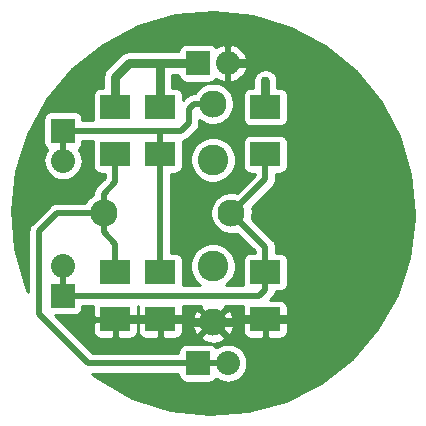
<source format=gbl>
%TF.GenerationSoftware,KiCad,Pcbnew,4.1.0-alpha+201609021633+7109~49~ubuntu16.04.1-product*%
%TF.CreationDate,2016-09-14T14:31:16+05:30*%
%TF.ProjectId,OTS2_encA,4F5453325F656E63412E6B696361645F,rev?*%
%TF.FileFunction,Copper,L2,Bot,Signal*%
%FSLAX46Y46*%
G04 Gerber Fmt 4.6, Leading zero omitted, Abs format (unit mm)*
G04 Created by KiCad (PCBNEW 4.1.0-alpha+201609021633+7109~49~ubuntu16.04.1-product) date Wed Sep 14 14:31:16 2016*
%MOMM*%
%LPD*%
G01*
G04 APERTURE LIST*
%ADD10C,0.101600*%
%ADD11R,2.500000X2.000000*%
%ADD12C,2.300000*%
%ADD13C,2.600000*%
%ADD14R,2.032000X2.032000*%
%ADD15O,2.032000X2.032000*%
%ADD16C,0.762000*%
%ADD17C,0.762000*%
%ADD18C,0.508000*%
%ADD19C,0.254000*%
G04 APERTURE END LIST*
D10*
D11*
X38100000Y-82455000D03*
X38100000Y-86455000D03*
X46990000Y-82455000D03*
X46990000Y-86455000D03*
X38100000Y-96425000D03*
X38100000Y-100425000D03*
X34290000Y-82455000D03*
X34290000Y-86455000D03*
X46990000Y-96425000D03*
X46990000Y-100425000D03*
X34290000Y-96425000D03*
X34290000Y-100425000D03*
D12*
X44115000Y-91440000D03*
D13*
X42545000Y-86940000D03*
D12*
X42545000Y-82180000D03*
D13*
X42545000Y-95940000D03*
D12*
X42545000Y-100700000D03*
X33285000Y-91440000D03*
D14*
X29845000Y-98425000D03*
D15*
X29845000Y-95885000D03*
D14*
X29845000Y-84455000D03*
D15*
X29845000Y-86995000D03*
D14*
X41275000Y-78740000D03*
D15*
X43815000Y-78740000D03*
D14*
X41275000Y-104140000D03*
D15*
X43815000Y-104140000D03*
D16*
X29845000Y-95885000D03*
X46990000Y-80264000D03*
D17*
X43815000Y-78740000D02*
X48895000Y-78740000D01*
X49435000Y-100425000D02*
X46990000Y-100425000D01*
X50165000Y-99695000D02*
X49435000Y-100425000D01*
X50165000Y-80010000D02*
X50165000Y-99695000D01*
X48895000Y-78740000D02*
X50165000Y-80010000D01*
X46990000Y-100425000D02*
X45085000Y-100425000D01*
X34290000Y-100425000D02*
X38100000Y-100425000D01*
X40387000Y-100700000D02*
X40112000Y-100425000D01*
X38100000Y-100425000D02*
X40112000Y-100425000D01*
X42545000Y-100700000D02*
X40387000Y-100700000D01*
X42545000Y-100700000D02*
X44810000Y-100700000D01*
X44810000Y-100700000D02*
X45085000Y-100425000D01*
D18*
X29845000Y-98425000D02*
X46482000Y-98425000D01*
X46990000Y-97917000D02*
X46990000Y-96425000D01*
X46482000Y-98425000D02*
X46990000Y-97917000D01*
X29845000Y-98425000D02*
X29845000Y-95885000D01*
X46990000Y-86455000D02*
X46990000Y-88565000D01*
X46990000Y-88565000D02*
X44115000Y-91440000D01*
X46990000Y-94315000D02*
X44115000Y-91440000D01*
X46990000Y-96425000D02*
X46990000Y-94315000D01*
X41275000Y-104140000D02*
X32004000Y-104140000D01*
X29337000Y-91440000D02*
X33285000Y-91440000D01*
X27813000Y-92964000D02*
X29337000Y-91440000D01*
X27813000Y-99949000D02*
X27813000Y-92964000D01*
X32004000Y-104140000D02*
X27813000Y-99949000D01*
X43815000Y-104140000D02*
X41275000Y-104140000D01*
X33285000Y-91440000D02*
X33285000Y-93066345D01*
X34290000Y-96425000D02*
X34290000Y-94071345D01*
X33285000Y-93066345D02*
X34290000Y-94071345D01*
X34290000Y-88808655D02*
X33285000Y-89813655D01*
X34290000Y-86455000D02*
X34290000Y-88808655D01*
X33285000Y-91440000D02*
X33285000Y-89813655D01*
X38100000Y-86455000D02*
X38100000Y-84455000D01*
X29845000Y-84455000D02*
X38100000Y-84455000D01*
X38100000Y-84455000D02*
X39878000Y-84455000D01*
X40513000Y-82585655D02*
X40513000Y-83820000D01*
X42545000Y-82180000D02*
X40918655Y-82180000D01*
X40918655Y-82180000D02*
X40513000Y-82585655D01*
X39878000Y-84455000D02*
X40513000Y-83820000D01*
X29845000Y-84455000D02*
X29845000Y-86995000D01*
X38100000Y-86455000D02*
X38100000Y-96425000D01*
D17*
X46990000Y-82455000D02*
X46990000Y-80264000D01*
X38100000Y-82455000D02*
X38100000Y-78740000D01*
X34290000Y-82455000D02*
X34290000Y-79883000D01*
X35433000Y-78740000D02*
X38100000Y-78740000D01*
X38100000Y-78740000D02*
X41275000Y-78740000D01*
X34290000Y-79883000D02*
X35433000Y-78740000D01*
D19*
G36*
X45972051Y-74744707D02*
X49149583Y-75728318D01*
X52075548Y-77310381D01*
X54638498Y-79430637D01*
X56740810Y-82008326D01*
X58302408Y-84945265D01*
X59263811Y-88129586D01*
X59588400Y-91440000D01*
X59581755Y-91915880D01*
X59164861Y-95215940D01*
X58114921Y-98372175D01*
X56471927Y-101264367D01*
X54298462Y-103782351D01*
X51677310Y-105830219D01*
X48708312Y-107329967D01*
X45504555Y-108224472D01*
X42188070Y-108479662D01*
X38885180Y-108085816D01*
X35721691Y-107057937D01*
X32818100Y-105435174D01*
X32340847Y-105029000D01*
X39620928Y-105029000D01*
X39620928Y-105156000D01*
X39633188Y-105280482D01*
X39669498Y-105400180D01*
X39728463Y-105510494D01*
X39807815Y-105607185D01*
X39904506Y-105686537D01*
X40014820Y-105745502D01*
X40134518Y-105781812D01*
X40259000Y-105794072D01*
X42291000Y-105794072D01*
X42415482Y-105781812D01*
X42535180Y-105745502D01*
X42645494Y-105686537D01*
X42742185Y-105607185D01*
X42821537Y-105510494D01*
X42840761Y-105474528D01*
X42891773Y-105516729D01*
X43175212Y-105669984D01*
X43483020Y-105765267D01*
X43803474Y-105798948D01*
X44124367Y-105769744D01*
X44433475Y-105678769D01*
X44719027Y-105529486D01*
X44970144Y-105327582D01*
X45177262Y-105080749D01*
X45332492Y-104798386D01*
X45429922Y-104491250D01*
X45465839Y-104171040D01*
X45466000Y-104147988D01*
X45466000Y-104132012D01*
X45434557Y-103811331D01*
X45341426Y-103502865D01*
X45190153Y-103218363D01*
X44986501Y-102968661D01*
X44738227Y-102763271D01*
X44454788Y-102610016D01*
X44146980Y-102514733D01*
X43826526Y-102481052D01*
X43505633Y-102510256D01*
X43196525Y-102601231D01*
X42910973Y-102750514D01*
X42841320Y-102806517D01*
X42821537Y-102769506D01*
X42742185Y-102672815D01*
X42645494Y-102593463D01*
X42535180Y-102534498D01*
X42415482Y-102498188D01*
X42291000Y-102485928D01*
X40259000Y-102485928D01*
X40134518Y-102498188D01*
X40014820Y-102534498D01*
X39904506Y-102593463D01*
X39807815Y-102672815D01*
X39728463Y-102769506D01*
X39669498Y-102879820D01*
X39633188Y-102999518D01*
X39620928Y-103124000D01*
X39620928Y-103251000D01*
X32372236Y-103251000D01*
X29831986Y-100710750D01*
X32405000Y-100710750D01*
X32405000Y-101487542D01*
X32429403Y-101610223D01*
X32477270Y-101725785D01*
X32546763Y-101829789D01*
X32635211Y-101918237D01*
X32739215Y-101987730D01*
X32854777Y-102035597D01*
X32977458Y-102060000D01*
X34004250Y-102060000D01*
X34163000Y-101901250D01*
X34163000Y-100552000D01*
X34417000Y-100552000D01*
X34417000Y-101901250D01*
X34575750Y-102060000D01*
X35602542Y-102060000D01*
X35725223Y-102035597D01*
X35840785Y-101987730D01*
X35944789Y-101918237D01*
X36033237Y-101829789D01*
X36102730Y-101725785D01*
X36150597Y-101610223D01*
X36175000Y-101487542D01*
X36175000Y-100710750D01*
X36215000Y-100710750D01*
X36215000Y-101487542D01*
X36239403Y-101610223D01*
X36287270Y-101725785D01*
X36356763Y-101829789D01*
X36445211Y-101918237D01*
X36549215Y-101987730D01*
X36664777Y-102035597D01*
X36787458Y-102060000D01*
X37814250Y-102060000D01*
X37973000Y-101901250D01*
X37973000Y-100552000D01*
X38227000Y-100552000D01*
X38227000Y-101901250D01*
X38385750Y-102060000D01*
X39412542Y-102060000D01*
X39535223Y-102035597D01*
X39650785Y-101987730D01*
X39718702Y-101942349D01*
X41482256Y-101942349D01*
X41596118Y-102222090D01*
X41911296Y-102377961D01*
X42250826Y-102469349D01*
X42601661Y-102492741D01*
X42950319Y-102447240D01*
X43283400Y-102334594D01*
X43493882Y-102222090D01*
X43607744Y-101942349D01*
X42545000Y-100879605D01*
X41482256Y-101942349D01*
X39718702Y-101942349D01*
X39754789Y-101918237D01*
X39843237Y-101829789D01*
X39912730Y-101725785D01*
X39960597Y-101610223D01*
X39985000Y-101487542D01*
X39985000Y-100756661D01*
X40752259Y-100756661D01*
X40797760Y-101105319D01*
X40910406Y-101438400D01*
X41022910Y-101648882D01*
X41302651Y-101762744D01*
X42365395Y-100700000D01*
X42724605Y-100700000D01*
X43787349Y-101762744D01*
X44067090Y-101648882D01*
X44222961Y-101333704D01*
X44314349Y-100994174D01*
X44333246Y-100710750D01*
X45105000Y-100710750D01*
X45105000Y-101487542D01*
X45129403Y-101610223D01*
X45177270Y-101725785D01*
X45246763Y-101829789D01*
X45335211Y-101918237D01*
X45439215Y-101987730D01*
X45554777Y-102035597D01*
X45677458Y-102060000D01*
X46704250Y-102060000D01*
X46863000Y-101901250D01*
X46863000Y-100552000D01*
X47117000Y-100552000D01*
X47117000Y-101901250D01*
X47275750Y-102060000D01*
X48302542Y-102060000D01*
X48425223Y-102035597D01*
X48540785Y-101987730D01*
X48644789Y-101918237D01*
X48733237Y-101829789D01*
X48802730Y-101725785D01*
X48850597Y-101610223D01*
X48875000Y-101487542D01*
X48875000Y-100710750D01*
X48716250Y-100552000D01*
X47117000Y-100552000D01*
X46863000Y-100552000D01*
X45263750Y-100552000D01*
X45105000Y-100710750D01*
X44333246Y-100710750D01*
X44337741Y-100643339D01*
X44292240Y-100294681D01*
X44179594Y-99961600D01*
X44067090Y-99751118D01*
X43787349Y-99637256D01*
X42724605Y-100700000D01*
X42365395Y-100700000D01*
X41302651Y-99637256D01*
X41022910Y-99751118D01*
X40867039Y-100066296D01*
X40775651Y-100405826D01*
X40752259Y-100756661D01*
X39985000Y-100756661D01*
X39985000Y-100710750D01*
X39826250Y-100552000D01*
X38227000Y-100552000D01*
X37973000Y-100552000D01*
X36373750Y-100552000D01*
X36215000Y-100710750D01*
X36175000Y-100710750D01*
X36016250Y-100552000D01*
X34417000Y-100552000D01*
X34163000Y-100552000D01*
X32563750Y-100552000D01*
X32405000Y-100710750D01*
X29831986Y-100710750D01*
X29200308Y-100079072D01*
X30861000Y-100079072D01*
X30985482Y-100066812D01*
X31105180Y-100030502D01*
X31215494Y-99971537D01*
X31312185Y-99892185D01*
X31391537Y-99795494D01*
X31450502Y-99685180D01*
X31486812Y-99565482D01*
X31499072Y-99441000D01*
X31499072Y-99314000D01*
X32414639Y-99314000D01*
X32405000Y-99362458D01*
X32405000Y-100139250D01*
X32563750Y-100298000D01*
X34163000Y-100298000D01*
X34163000Y-100278000D01*
X34417000Y-100278000D01*
X34417000Y-100298000D01*
X36016250Y-100298000D01*
X36175000Y-100139250D01*
X36175000Y-99362458D01*
X36165361Y-99314000D01*
X36224639Y-99314000D01*
X36215000Y-99362458D01*
X36215000Y-100139250D01*
X36373750Y-100298000D01*
X37973000Y-100298000D01*
X37973000Y-100278000D01*
X38227000Y-100278000D01*
X38227000Y-100298000D01*
X39826250Y-100298000D01*
X39985000Y-100139250D01*
X39985000Y-99362458D01*
X39975361Y-99314000D01*
X41540726Y-99314000D01*
X41482256Y-99457651D01*
X42545000Y-100520395D01*
X43607744Y-99457651D01*
X43549274Y-99314000D01*
X45114639Y-99314000D01*
X45105000Y-99362458D01*
X45105000Y-100139250D01*
X45263750Y-100298000D01*
X46863000Y-100298000D01*
X46863000Y-100278000D01*
X47117000Y-100278000D01*
X47117000Y-100298000D01*
X48716250Y-100298000D01*
X48875000Y-100139250D01*
X48875000Y-99362458D01*
X48850597Y-99239777D01*
X48802730Y-99124215D01*
X48733237Y-99020211D01*
X48644789Y-98931763D01*
X48540785Y-98862270D01*
X48425223Y-98814403D01*
X48302542Y-98790000D01*
X47374236Y-98790000D01*
X47618618Y-98545618D01*
X47670732Y-98482173D01*
X47723526Y-98419256D01*
X47725779Y-98415158D01*
X47728745Y-98411547D01*
X47767551Y-98339175D01*
X47807111Y-98267214D01*
X47808524Y-98262760D01*
X47810734Y-98258638D01*
X47834755Y-98180071D01*
X47859573Y-98101833D01*
X47860094Y-98097190D01*
X47861461Y-98092718D01*
X47864472Y-98063072D01*
X48240000Y-98063072D01*
X48364482Y-98050812D01*
X48484180Y-98014502D01*
X48594494Y-97955537D01*
X48691185Y-97876185D01*
X48770537Y-97779494D01*
X48829502Y-97669180D01*
X48865812Y-97549482D01*
X48878072Y-97425000D01*
X48878072Y-95425000D01*
X48865812Y-95300518D01*
X48829502Y-95180820D01*
X48770537Y-95070506D01*
X48691185Y-94973815D01*
X48594494Y-94894463D01*
X48484180Y-94835498D01*
X48364482Y-94799188D01*
X48240000Y-94786928D01*
X47879000Y-94786928D01*
X47879000Y-94315000D01*
X47870989Y-94233296D01*
X47863830Y-94151467D01*
X47862525Y-94146975D01*
X47862069Y-94142326D01*
X47838335Y-94063716D01*
X47815423Y-93984854D01*
X47813273Y-93980706D01*
X47811921Y-93976228D01*
X47773353Y-93903691D01*
X47735578Y-93830816D01*
X47732662Y-93827163D01*
X47730467Y-93823035D01*
X47678558Y-93759389D01*
X47627333Y-93695220D01*
X47620916Y-93688712D01*
X47620808Y-93688580D01*
X47620685Y-93688479D01*
X47618618Y-93686382D01*
X45839425Y-91907189D01*
X45894494Y-91664802D01*
X45900077Y-91264972D01*
X45841764Y-90970472D01*
X47618618Y-89193618D01*
X47670732Y-89130173D01*
X47723526Y-89067256D01*
X47725779Y-89063158D01*
X47728745Y-89059547D01*
X47767551Y-88987175D01*
X47807111Y-88915214D01*
X47808524Y-88910760D01*
X47810734Y-88906638D01*
X47834751Y-88828083D01*
X47859573Y-88749833D01*
X47860094Y-88745188D01*
X47861461Y-88740717D01*
X47869759Y-88659020D01*
X47878913Y-88577412D01*
X47878977Y-88568270D01*
X47878994Y-88568103D01*
X47878979Y-88567948D01*
X47879000Y-88565000D01*
X47879000Y-88093072D01*
X48240000Y-88093072D01*
X48364482Y-88080812D01*
X48484180Y-88044502D01*
X48594494Y-87985537D01*
X48691185Y-87906185D01*
X48770537Y-87809494D01*
X48829502Y-87699180D01*
X48865812Y-87579482D01*
X48878072Y-87455000D01*
X48878072Y-85455000D01*
X48865812Y-85330518D01*
X48829502Y-85210820D01*
X48770537Y-85100506D01*
X48691185Y-85003815D01*
X48594494Y-84924463D01*
X48484180Y-84865498D01*
X48364482Y-84829188D01*
X48240000Y-84816928D01*
X45740000Y-84816928D01*
X45615518Y-84829188D01*
X45495820Y-84865498D01*
X45385506Y-84924463D01*
X45288815Y-85003815D01*
X45209463Y-85100506D01*
X45150498Y-85210820D01*
X45114188Y-85330518D01*
X45101928Y-85455000D01*
X45101928Y-87455000D01*
X45114188Y-87579482D01*
X45150498Y-87699180D01*
X45209463Y-87809494D01*
X45288815Y-87906185D01*
X45385506Y-87985537D01*
X45495820Y-88044502D01*
X45615518Y-88080812D01*
X45740000Y-88093072D01*
X46101000Y-88093072D01*
X46101000Y-88196764D01*
X44583825Y-89713939D01*
X44302486Y-89656189D01*
X43952438Y-89653745D01*
X43608582Y-89719339D01*
X43284015Y-89850472D01*
X42991100Y-90042151D01*
X42740994Y-90287072D01*
X42543224Y-90575909D01*
X42405322Y-90897658D01*
X42332541Y-91240065D01*
X42327654Y-91590088D01*
X42390845Y-91934393D01*
X42519710Y-92259868D01*
X42709338Y-92554114D01*
X42952508Y-92805923D01*
X43239957Y-93005705D01*
X43560736Y-93145850D01*
X43902626Y-93221020D01*
X44252606Y-93228351D01*
X44587129Y-93169365D01*
X46101000Y-94683236D01*
X46101000Y-94786928D01*
X45740000Y-94786928D01*
X45615518Y-94799188D01*
X45495820Y-94835498D01*
X45385506Y-94894463D01*
X45288815Y-94973815D01*
X45209463Y-95070506D01*
X45150498Y-95180820D01*
X45114188Y-95300518D01*
X45101928Y-95425000D01*
X45101928Y-97425000D01*
X45112860Y-97536000D01*
X43641503Y-97536000D01*
X43742069Y-97472179D01*
X44016873Y-97210487D01*
X44235614Y-96900402D01*
X44389959Y-96553736D01*
X44474031Y-96183693D01*
X44480083Y-95750263D01*
X44406377Y-95378017D01*
X44261771Y-95027177D01*
X44051773Y-94711106D01*
X43784384Y-94441843D01*
X43469786Y-94229644D01*
X43119964Y-94082592D01*
X42748241Y-94006288D01*
X42368777Y-94003639D01*
X41996026Y-94074745D01*
X41644184Y-94216899D01*
X41326655Y-94424684D01*
X41055532Y-94690188D01*
X40841142Y-95003296D01*
X40691651Y-95352083D01*
X40612754Y-95723264D01*
X40607456Y-96102700D01*
X40675958Y-96475939D01*
X40815652Y-96828764D01*
X41021215Y-97147737D01*
X41284820Y-97420707D01*
X41450705Y-97536000D01*
X39977140Y-97536000D01*
X39988072Y-97425000D01*
X39988072Y-95425000D01*
X39975812Y-95300518D01*
X39939502Y-95180820D01*
X39880537Y-95070506D01*
X39801185Y-94973815D01*
X39704494Y-94894463D01*
X39594180Y-94835498D01*
X39474482Y-94799188D01*
X39350000Y-94786928D01*
X38989000Y-94786928D01*
X38989000Y-88093072D01*
X39350000Y-88093072D01*
X39474482Y-88080812D01*
X39594180Y-88044502D01*
X39704494Y-87985537D01*
X39801185Y-87906185D01*
X39880537Y-87809494D01*
X39939502Y-87699180D01*
X39975812Y-87579482D01*
X39988072Y-87455000D01*
X39988072Y-87102700D01*
X40607456Y-87102700D01*
X40675958Y-87475939D01*
X40815652Y-87828764D01*
X41021215Y-88147737D01*
X41284820Y-88420707D01*
X41596424Y-88637277D01*
X41944159Y-88789199D01*
X42314780Y-88870685D01*
X42694170Y-88878632D01*
X43067878Y-88812738D01*
X43421670Y-88675511D01*
X43742069Y-88472179D01*
X44016873Y-88210487D01*
X44235614Y-87900402D01*
X44389959Y-87553736D01*
X44474031Y-87183693D01*
X44480083Y-86750263D01*
X44406377Y-86378017D01*
X44261771Y-86027177D01*
X44051773Y-85711106D01*
X43784384Y-85441843D01*
X43469786Y-85229644D01*
X43119964Y-85082592D01*
X42748241Y-85006288D01*
X42368777Y-85003639D01*
X41996026Y-85074745D01*
X41644184Y-85216899D01*
X41326655Y-85424684D01*
X41055532Y-85690188D01*
X40841142Y-86003296D01*
X40691651Y-86352083D01*
X40612754Y-86723264D01*
X40607456Y-87102700D01*
X39988072Y-87102700D01*
X39988072Y-85455000D01*
X39976209Y-85334545D01*
X40041533Y-85328830D01*
X40046025Y-85327525D01*
X40050674Y-85327069D01*
X40129284Y-85303335D01*
X40208146Y-85280423D01*
X40212294Y-85278273D01*
X40216772Y-85276921D01*
X40289309Y-85238353D01*
X40362184Y-85200578D01*
X40365837Y-85197662D01*
X40369965Y-85195467D01*
X40433611Y-85143558D01*
X40497780Y-85092333D01*
X40504288Y-85085916D01*
X40504420Y-85085808D01*
X40504521Y-85085685D01*
X40506618Y-85083618D01*
X41141618Y-84448618D01*
X41193732Y-84385173D01*
X41246526Y-84322256D01*
X41248779Y-84318158D01*
X41251745Y-84314547D01*
X41290551Y-84242175D01*
X41330111Y-84170214D01*
X41331524Y-84165760D01*
X41333734Y-84161638D01*
X41357751Y-84083083D01*
X41382573Y-84004833D01*
X41383094Y-84000188D01*
X41384461Y-83995717D01*
X41392764Y-83913976D01*
X41401913Y-83832412D01*
X41401977Y-83823280D01*
X41401995Y-83823103D01*
X41401979Y-83822938D01*
X41402000Y-83820000D01*
X41402000Y-83559470D01*
X41669957Y-83745705D01*
X41990736Y-83885850D01*
X42332626Y-83961020D01*
X42682606Y-83968351D01*
X43027345Y-83907564D01*
X43353711Y-83780975D01*
X43649273Y-83593405D01*
X43902774Y-83351999D01*
X44104558Y-83065952D01*
X44246939Y-82746160D01*
X44324494Y-82404802D01*
X44330077Y-82004972D01*
X44262084Y-81661582D01*
X44176937Y-81455000D01*
X45101928Y-81455000D01*
X45101928Y-83455000D01*
X45114188Y-83579482D01*
X45150498Y-83699180D01*
X45209463Y-83809494D01*
X45288815Y-83906185D01*
X45385506Y-83985537D01*
X45495820Y-84044502D01*
X45615518Y-84080812D01*
X45740000Y-84093072D01*
X48240000Y-84093072D01*
X48364482Y-84080812D01*
X48484180Y-84044502D01*
X48594494Y-83985537D01*
X48691185Y-83906185D01*
X48770537Y-83809494D01*
X48829502Y-83699180D01*
X48865812Y-83579482D01*
X48878072Y-83455000D01*
X48878072Y-81455000D01*
X48865812Y-81330518D01*
X48829502Y-81210820D01*
X48770537Y-81100506D01*
X48691185Y-81003815D01*
X48594494Y-80924463D01*
X48484180Y-80865498D01*
X48364482Y-80829188D01*
X48240000Y-80816928D01*
X48006000Y-80816928D01*
X48006000Y-80264000D01*
X48004821Y-80251973D01*
X48006044Y-80164376D01*
X47967343Y-79968923D01*
X47891415Y-79784709D01*
X47781153Y-79618751D01*
X47640756Y-79477371D01*
X47475572Y-79365953D01*
X47291893Y-79288741D01*
X47096715Y-79248677D01*
X46897472Y-79247286D01*
X46701753Y-79284621D01*
X46517014Y-79359261D01*
X46350290Y-79468361D01*
X46207933Y-79607768D01*
X46095364Y-79772170D01*
X46016872Y-79955306D01*
X45975446Y-80150200D01*
X45972664Y-80349428D01*
X45974000Y-80356707D01*
X45974000Y-80816928D01*
X45740000Y-80816928D01*
X45615518Y-80829188D01*
X45495820Y-80865498D01*
X45385506Y-80924463D01*
X45288815Y-81003815D01*
X45209463Y-81100506D01*
X45150498Y-81210820D01*
X45114188Y-81330518D01*
X45101928Y-81455000D01*
X44176937Y-81455000D01*
X44128687Y-81337938D01*
X43934969Y-81046369D01*
X43688307Y-80797979D01*
X43398097Y-80602230D01*
X43075393Y-80466577D01*
X42732486Y-80396189D01*
X42382438Y-80393745D01*
X42038582Y-80459339D01*
X41714015Y-80590472D01*
X41421100Y-80782151D01*
X41170994Y-81027072D01*
X40990279Y-81291000D01*
X40918655Y-81291000D01*
X40836946Y-81299012D01*
X40755123Y-81306170D01*
X40750631Y-81307475D01*
X40745981Y-81307931D01*
X40667405Y-81331654D01*
X40588509Y-81354576D01*
X40584357Y-81356728D01*
X40579883Y-81358079D01*
X40507382Y-81396629D01*
X40434471Y-81434422D01*
X40430818Y-81437338D01*
X40426690Y-81439533D01*
X40363044Y-81491442D01*
X40298875Y-81542667D01*
X40292367Y-81549084D01*
X40292235Y-81549192D01*
X40292134Y-81549315D01*
X40290037Y-81551382D01*
X39988072Y-81853347D01*
X39988072Y-81455000D01*
X39975812Y-81330518D01*
X39939502Y-81210820D01*
X39880537Y-81100506D01*
X39801185Y-81003815D01*
X39704494Y-80924463D01*
X39594180Y-80865498D01*
X39474482Y-80829188D01*
X39350000Y-80816928D01*
X39116000Y-80816928D01*
X39116000Y-79756000D01*
X39620928Y-79756000D01*
X39633188Y-79880482D01*
X39669498Y-80000180D01*
X39728463Y-80110494D01*
X39807815Y-80207185D01*
X39904506Y-80286537D01*
X40014820Y-80345502D01*
X40134518Y-80381812D01*
X40259000Y-80394072D01*
X42291000Y-80394072D01*
X42415482Y-80381812D01*
X42535180Y-80345502D01*
X42645494Y-80286537D01*
X42742185Y-80207185D01*
X42821537Y-80110494D01*
X42845036Y-80066531D01*
X42950185Y-80146382D01*
X43241174Y-80288076D01*
X43432056Y-80345975D01*
X43688000Y-80226836D01*
X43688000Y-78867000D01*
X43942000Y-78867000D01*
X43942000Y-80226836D01*
X44197944Y-80345975D01*
X44388826Y-80288076D01*
X44679815Y-80146382D01*
X44937569Y-79950642D01*
X45152184Y-79708377D01*
X45315411Y-79428898D01*
X45420978Y-79122945D01*
X45302362Y-78867000D01*
X43942000Y-78867000D01*
X43688000Y-78867000D01*
X43668000Y-78867000D01*
X43668000Y-78613000D01*
X43688000Y-78613000D01*
X43688000Y-77253164D01*
X43942000Y-77253164D01*
X43942000Y-78613000D01*
X45302362Y-78613000D01*
X45420978Y-78357055D01*
X45315411Y-78051102D01*
X45152184Y-77771623D01*
X44937569Y-77529358D01*
X44679815Y-77333618D01*
X44388826Y-77191924D01*
X44197944Y-77134025D01*
X43942000Y-77253164D01*
X43688000Y-77253164D01*
X43432056Y-77134025D01*
X43241174Y-77191924D01*
X42950185Y-77333618D01*
X42845036Y-77413469D01*
X42821537Y-77369506D01*
X42742185Y-77272815D01*
X42645494Y-77193463D01*
X42535180Y-77134498D01*
X42415482Y-77098188D01*
X42291000Y-77085928D01*
X40259000Y-77085928D01*
X40134518Y-77098188D01*
X40014820Y-77134498D01*
X39904506Y-77193463D01*
X39807815Y-77272815D01*
X39728463Y-77369506D01*
X39669498Y-77479820D01*
X39633188Y-77599518D01*
X39620928Y-77724000D01*
X35433000Y-77724000D01*
X35339593Y-77733159D01*
X35246105Y-77741338D01*
X35240974Y-77742829D01*
X35235658Y-77743350D01*
X35145834Y-77770469D01*
X35055690Y-77796658D01*
X35050946Y-77799117D01*
X35045832Y-77800661D01*
X34962967Y-77844721D01*
X34879646Y-77887911D01*
X34875471Y-77891244D01*
X34870754Y-77893752D01*
X34798034Y-77953061D01*
X34724680Y-78011619D01*
X34717243Y-78018952D01*
X34717092Y-78019076D01*
X34716976Y-78019216D01*
X34714579Y-78021580D01*
X33571580Y-79164580D01*
X33512023Y-79237086D01*
X33451685Y-79308994D01*
X33449111Y-79313675D01*
X33445720Y-79317804D01*
X33401372Y-79400512D01*
X33356158Y-79482755D01*
X33354542Y-79487848D01*
X33352018Y-79492556D01*
X33324572Y-79582327D01*
X33296202Y-79671762D01*
X33295607Y-79677068D01*
X33294044Y-79682180D01*
X33284557Y-79775581D01*
X33274099Y-79868814D01*
X33274026Y-79879255D01*
X33274006Y-79879453D01*
X33274023Y-79879638D01*
X33274000Y-79883000D01*
X33274000Y-80816928D01*
X33040000Y-80816928D01*
X32915518Y-80829188D01*
X32795820Y-80865498D01*
X32685506Y-80924463D01*
X32588815Y-81003815D01*
X32509463Y-81100506D01*
X32450498Y-81210820D01*
X32414188Y-81330518D01*
X32401928Y-81455000D01*
X32401928Y-83455000D01*
X32412860Y-83566000D01*
X31499072Y-83566000D01*
X31499072Y-83439000D01*
X31486812Y-83314518D01*
X31450502Y-83194820D01*
X31391537Y-83084506D01*
X31312185Y-82987815D01*
X31215494Y-82908463D01*
X31105180Y-82849498D01*
X30985482Y-82813188D01*
X30861000Y-82800928D01*
X28829000Y-82800928D01*
X28704518Y-82813188D01*
X28584820Y-82849498D01*
X28474506Y-82908463D01*
X28377815Y-82987815D01*
X28298463Y-83084506D01*
X28239498Y-83194820D01*
X28203188Y-83314518D01*
X28190928Y-83439000D01*
X28190928Y-85471000D01*
X28203188Y-85595482D01*
X28239498Y-85715180D01*
X28298463Y-85825494D01*
X28377815Y-85922185D01*
X28474506Y-86001537D01*
X28510472Y-86020761D01*
X28468271Y-86071773D01*
X28315016Y-86355212D01*
X28219733Y-86663020D01*
X28186052Y-86983474D01*
X28215256Y-87304367D01*
X28306231Y-87613475D01*
X28455514Y-87899027D01*
X28657418Y-88150144D01*
X28904251Y-88357262D01*
X29186614Y-88512492D01*
X29493750Y-88609922D01*
X29813960Y-88645839D01*
X29837012Y-88646000D01*
X29852988Y-88646000D01*
X30173669Y-88614557D01*
X30482135Y-88521426D01*
X30766637Y-88370153D01*
X31016339Y-88166501D01*
X31221729Y-87918227D01*
X31374984Y-87634788D01*
X31470267Y-87326980D01*
X31503948Y-87006526D01*
X31474744Y-86685633D01*
X31383769Y-86376525D01*
X31234486Y-86090973D01*
X31178483Y-86021320D01*
X31215494Y-86001537D01*
X31312185Y-85922185D01*
X31391537Y-85825494D01*
X31450502Y-85715180D01*
X31486812Y-85595482D01*
X31499072Y-85471000D01*
X31499072Y-85344000D01*
X32412860Y-85344000D01*
X32401928Y-85455000D01*
X32401928Y-87455000D01*
X32414188Y-87579482D01*
X32450498Y-87699180D01*
X32509463Y-87809494D01*
X32588815Y-87906185D01*
X32685506Y-87985537D01*
X32795820Y-88044502D01*
X32915518Y-88080812D01*
X33040000Y-88093072D01*
X33401000Y-88093072D01*
X33401000Y-88440419D01*
X32656382Y-89185037D01*
X32604268Y-89248482D01*
X32551474Y-89311399D01*
X32549221Y-89315497D01*
X32546255Y-89319108D01*
X32507449Y-89391480D01*
X32467889Y-89463441D01*
X32466476Y-89467895D01*
X32464266Y-89472017D01*
X32440249Y-89550572D01*
X32415427Y-89628822D01*
X32414906Y-89633467D01*
X32413539Y-89637938D01*
X32405241Y-89719635D01*
X32396087Y-89801243D01*
X32396023Y-89810385D01*
X32396006Y-89810552D01*
X32396021Y-89810707D01*
X32396000Y-89813655D01*
X32396000Y-89888436D01*
X32161100Y-90042151D01*
X31910994Y-90287072D01*
X31730279Y-90551000D01*
X29337000Y-90551000D01*
X29255296Y-90559011D01*
X29173467Y-90566170D01*
X29168975Y-90567475D01*
X29164326Y-90567931D01*
X29085716Y-90591665D01*
X29006854Y-90614577D01*
X29002706Y-90616727D01*
X28998228Y-90618079D01*
X28925672Y-90656657D01*
X28852815Y-90694423D01*
X28849164Y-90697338D01*
X28845035Y-90699533D01*
X28781383Y-90751446D01*
X28717220Y-90802667D01*
X28710712Y-90809084D01*
X28710580Y-90809192D01*
X28710479Y-90809315D01*
X28708382Y-90811382D01*
X27184382Y-92335382D01*
X27132268Y-92398827D01*
X27079474Y-92461744D01*
X27077221Y-92465842D01*
X27074255Y-92469453D01*
X27035449Y-92541825D01*
X26995889Y-92613786D01*
X26994476Y-92618240D01*
X26992266Y-92622362D01*
X26968249Y-92700917D01*
X26943427Y-92779167D01*
X26942906Y-92783812D01*
X26941539Y-92788283D01*
X26933241Y-92869980D01*
X26924087Y-92951588D01*
X26924023Y-92960730D01*
X26924006Y-92960897D01*
X26924021Y-92961052D01*
X26924000Y-92964000D01*
X26924000Y-98152973D01*
X26698447Y-97714094D01*
X25781598Y-94516660D01*
X25503261Y-91202037D01*
X25874039Y-87896478D01*
X26879809Y-84725890D01*
X28482261Y-81811041D01*
X30620358Y-79262956D01*
X33212661Y-77178691D01*
X36160430Y-75637635D01*
X39351385Y-74698485D01*
X42663984Y-74397015D01*
X45972051Y-74744707D01*
X45972051Y-74744707D01*
G37*
X45972051Y-74744707D02*
X49149583Y-75728318D01*
X52075548Y-77310381D01*
X54638498Y-79430637D01*
X56740810Y-82008326D01*
X58302408Y-84945265D01*
X59263811Y-88129586D01*
X59588400Y-91440000D01*
X59581755Y-91915880D01*
X59164861Y-95215940D01*
X58114921Y-98372175D01*
X56471927Y-101264367D01*
X54298462Y-103782351D01*
X51677310Y-105830219D01*
X48708312Y-107329967D01*
X45504555Y-108224472D01*
X42188070Y-108479662D01*
X38885180Y-108085816D01*
X35721691Y-107057937D01*
X32818100Y-105435174D01*
X32340847Y-105029000D01*
X39620928Y-105029000D01*
X39620928Y-105156000D01*
X39633188Y-105280482D01*
X39669498Y-105400180D01*
X39728463Y-105510494D01*
X39807815Y-105607185D01*
X39904506Y-105686537D01*
X40014820Y-105745502D01*
X40134518Y-105781812D01*
X40259000Y-105794072D01*
X42291000Y-105794072D01*
X42415482Y-105781812D01*
X42535180Y-105745502D01*
X42645494Y-105686537D01*
X42742185Y-105607185D01*
X42821537Y-105510494D01*
X42840761Y-105474528D01*
X42891773Y-105516729D01*
X43175212Y-105669984D01*
X43483020Y-105765267D01*
X43803474Y-105798948D01*
X44124367Y-105769744D01*
X44433475Y-105678769D01*
X44719027Y-105529486D01*
X44970144Y-105327582D01*
X45177262Y-105080749D01*
X45332492Y-104798386D01*
X45429922Y-104491250D01*
X45465839Y-104171040D01*
X45466000Y-104147988D01*
X45466000Y-104132012D01*
X45434557Y-103811331D01*
X45341426Y-103502865D01*
X45190153Y-103218363D01*
X44986501Y-102968661D01*
X44738227Y-102763271D01*
X44454788Y-102610016D01*
X44146980Y-102514733D01*
X43826526Y-102481052D01*
X43505633Y-102510256D01*
X43196525Y-102601231D01*
X42910973Y-102750514D01*
X42841320Y-102806517D01*
X42821537Y-102769506D01*
X42742185Y-102672815D01*
X42645494Y-102593463D01*
X42535180Y-102534498D01*
X42415482Y-102498188D01*
X42291000Y-102485928D01*
X40259000Y-102485928D01*
X40134518Y-102498188D01*
X40014820Y-102534498D01*
X39904506Y-102593463D01*
X39807815Y-102672815D01*
X39728463Y-102769506D01*
X39669498Y-102879820D01*
X39633188Y-102999518D01*
X39620928Y-103124000D01*
X39620928Y-103251000D01*
X32372236Y-103251000D01*
X29831986Y-100710750D01*
X32405000Y-100710750D01*
X32405000Y-101487542D01*
X32429403Y-101610223D01*
X32477270Y-101725785D01*
X32546763Y-101829789D01*
X32635211Y-101918237D01*
X32739215Y-101987730D01*
X32854777Y-102035597D01*
X32977458Y-102060000D01*
X34004250Y-102060000D01*
X34163000Y-101901250D01*
X34163000Y-100552000D01*
X34417000Y-100552000D01*
X34417000Y-101901250D01*
X34575750Y-102060000D01*
X35602542Y-102060000D01*
X35725223Y-102035597D01*
X35840785Y-101987730D01*
X35944789Y-101918237D01*
X36033237Y-101829789D01*
X36102730Y-101725785D01*
X36150597Y-101610223D01*
X36175000Y-101487542D01*
X36175000Y-100710750D01*
X36215000Y-100710750D01*
X36215000Y-101487542D01*
X36239403Y-101610223D01*
X36287270Y-101725785D01*
X36356763Y-101829789D01*
X36445211Y-101918237D01*
X36549215Y-101987730D01*
X36664777Y-102035597D01*
X36787458Y-102060000D01*
X37814250Y-102060000D01*
X37973000Y-101901250D01*
X37973000Y-100552000D01*
X38227000Y-100552000D01*
X38227000Y-101901250D01*
X38385750Y-102060000D01*
X39412542Y-102060000D01*
X39535223Y-102035597D01*
X39650785Y-101987730D01*
X39718702Y-101942349D01*
X41482256Y-101942349D01*
X41596118Y-102222090D01*
X41911296Y-102377961D01*
X42250826Y-102469349D01*
X42601661Y-102492741D01*
X42950319Y-102447240D01*
X43283400Y-102334594D01*
X43493882Y-102222090D01*
X43607744Y-101942349D01*
X42545000Y-100879605D01*
X41482256Y-101942349D01*
X39718702Y-101942349D01*
X39754789Y-101918237D01*
X39843237Y-101829789D01*
X39912730Y-101725785D01*
X39960597Y-101610223D01*
X39985000Y-101487542D01*
X39985000Y-100756661D01*
X40752259Y-100756661D01*
X40797760Y-101105319D01*
X40910406Y-101438400D01*
X41022910Y-101648882D01*
X41302651Y-101762744D01*
X42365395Y-100700000D01*
X42724605Y-100700000D01*
X43787349Y-101762744D01*
X44067090Y-101648882D01*
X44222961Y-101333704D01*
X44314349Y-100994174D01*
X44333246Y-100710750D01*
X45105000Y-100710750D01*
X45105000Y-101487542D01*
X45129403Y-101610223D01*
X45177270Y-101725785D01*
X45246763Y-101829789D01*
X45335211Y-101918237D01*
X45439215Y-101987730D01*
X45554777Y-102035597D01*
X45677458Y-102060000D01*
X46704250Y-102060000D01*
X46863000Y-101901250D01*
X46863000Y-100552000D01*
X47117000Y-100552000D01*
X47117000Y-101901250D01*
X47275750Y-102060000D01*
X48302542Y-102060000D01*
X48425223Y-102035597D01*
X48540785Y-101987730D01*
X48644789Y-101918237D01*
X48733237Y-101829789D01*
X48802730Y-101725785D01*
X48850597Y-101610223D01*
X48875000Y-101487542D01*
X48875000Y-100710750D01*
X48716250Y-100552000D01*
X47117000Y-100552000D01*
X46863000Y-100552000D01*
X45263750Y-100552000D01*
X45105000Y-100710750D01*
X44333246Y-100710750D01*
X44337741Y-100643339D01*
X44292240Y-100294681D01*
X44179594Y-99961600D01*
X44067090Y-99751118D01*
X43787349Y-99637256D01*
X42724605Y-100700000D01*
X42365395Y-100700000D01*
X41302651Y-99637256D01*
X41022910Y-99751118D01*
X40867039Y-100066296D01*
X40775651Y-100405826D01*
X40752259Y-100756661D01*
X39985000Y-100756661D01*
X39985000Y-100710750D01*
X39826250Y-100552000D01*
X38227000Y-100552000D01*
X37973000Y-100552000D01*
X36373750Y-100552000D01*
X36215000Y-100710750D01*
X36175000Y-100710750D01*
X36016250Y-100552000D01*
X34417000Y-100552000D01*
X34163000Y-100552000D01*
X32563750Y-100552000D01*
X32405000Y-100710750D01*
X29831986Y-100710750D01*
X29200308Y-100079072D01*
X30861000Y-100079072D01*
X30985482Y-100066812D01*
X31105180Y-100030502D01*
X31215494Y-99971537D01*
X31312185Y-99892185D01*
X31391537Y-99795494D01*
X31450502Y-99685180D01*
X31486812Y-99565482D01*
X31499072Y-99441000D01*
X31499072Y-99314000D01*
X32414639Y-99314000D01*
X32405000Y-99362458D01*
X32405000Y-100139250D01*
X32563750Y-100298000D01*
X34163000Y-100298000D01*
X34163000Y-100278000D01*
X34417000Y-100278000D01*
X34417000Y-100298000D01*
X36016250Y-100298000D01*
X36175000Y-100139250D01*
X36175000Y-99362458D01*
X36165361Y-99314000D01*
X36224639Y-99314000D01*
X36215000Y-99362458D01*
X36215000Y-100139250D01*
X36373750Y-100298000D01*
X37973000Y-100298000D01*
X37973000Y-100278000D01*
X38227000Y-100278000D01*
X38227000Y-100298000D01*
X39826250Y-100298000D01*
X39985000Y-100139250D01*
X39985000Y-99362458D01*
X39975361Y-99314000D01*
X41540726Y-99314000D01*
X41482256Y-99457651D01*
X42545000Y-100520395D01*
X43607744Y-99457651D01*
X43549274Y-99314000D01*
X45114639Y-99314000D01*
X45105000Y-99362458D01*
X45105000Y-100139250D01*
X45263750Y-100298000D01*
X46863000Y-100298000D01*
X46863000Y-100278000D01*
X47117000Y-100278000D01*
X47117000Y-100298000D01*
X48716250Y-100298000D01*
X48875000Y-100139250D01*
X48875000Y-99362458D01*
X48850597Y-99239777D01*
X48802730Y-99124215D01*
X48733237Y-99020211D01*
X48644789Y-98931763D01*
X48540785Y-98862270D01*
X48425223Y-98814403D01*
X48302542Y-98790000D01*
X47374236Y-98790000D01*
X47618618Y-98545618D01*
X47670732Y-98482173D01*
X47723526Y-98419256D01*
X47725779Y-98415158D01*
X47728745Y-98411547D01*
X47767551Y-98339175D01*
X47807111Y-98267214D01*
X47808524Y-98262760D01*
X47810734Y-98258638D01*
X47834755Y-98180071D01*
X47859573Y-98101833D01*
X47860094Y-98097190D01*
X47861461Y-98092718D01*
X47864472Y-98063072D01*
X48240000Y-98063072D01*
X48364482Y-98050812D01*
X48484180Y-98014502D01*
X48594494Y-97955537D01*
X48691185Y-97876185D01*
X48770537Y-97779494D01*
X48829502Y-97669180D01*
X48865812Y-97549482D01*
X48878072Y-97425000D01*
X48878072Y-95425000D01*
X48865812Y-95300518D01*
X48829502Y-95180820D01*
X48770537Y-95070506D01*
X48691185Y-94973815D01*
X48594494Y-94894463D01*
X48484180Y-94835498D01*
X48364482Y-94799188D01*
X48240000Y-94786928D01*
X47879000Y-94786928D01*
X47879000Y-94315000D01*
X47870989Y-94233296D01*
X47863830Y-94151467D01*
X47862525Y-94146975D01*
X47862069Y-94142326D01*
X47838335Y-94063716D01*
X47815423Y-93984854D01*
X47813273Y-93980706D01*
X47811921Y-93976228D01*
X47773353Y-93903691D01*
X47735578Y-93830816D01*
X47732662Y-93827163D01*
X47730467Y-93823035D01*
X47678558Y-93759389D01*
X47627333Y-93695220D01*
X47620916Y-93688712D01*
X47620808Y-93688580D01*
X47620685Y-93688479D01*
X47618618Y-93686382D01*
X45839425Y-91907189D01*
X45894494Y-91664802D01*
X45900077Y-91264972D01*
X45841764Y-90970472D01*
X47618618Y-89193618D01*
X47670732Y-89130173D01*
X47723526Y-89067256D01*
X47725779Y-89063158D01*
X47728745Y-89059547D01*
X47767551Y-88987175D01*
X47807111Y-88915214D01*
X47808524Y-88910760D01*
X47810734Y-88906638D01*
X47834751Y-88828083D01*
X47859573Y-88749833D01*
X47860094Y-88745188D01*
X47861461Y-88740717D01*
X47869759Y-88659020D01*
X47878913Y-88577412D01*
X47878977Y-88568270D01*
X47878994Y-88568103D01*
X47878979Y-88567948D01*
X47879000Y-88565000D01*
X47879000Y-88093072D01*
X48240000Y-88093072D01*
X48364482Y-88080812D01*
X48484180Y-88044502D01*
X48594494Y-87985537D01*
X48691185Y-87906185D01*
X48770537Y-87809494D01*
X48829502Y-87699180D01*
X48865812Y-87579482D01*
X48878072Y-87455000D01*
X48878072Y-85455000D01*
X48865812Y-85330518D01*
X48829502Y-85210820D01*
X48770537Y-85100506D01*
X48691185Y-85003815D01*
X48594494Y-84924463D01*
X48484180Y-84865498D01*
X48364482Y-84829188D01*
X48240000Y-84816928D01*
X45740000Y-84816928D01*
X45615518Y-84829188D01*
X45495820Y-84865498D01*
X45385506Y-84924463D01*
X45288815Y-85003815D01*
X45209463Y-85100506D01*
X45150498Y-85210820D01*
X45114188Y-85330518D01*
X45101928Y-85455000D01*
X45101928Y-87455000D01*
X45114188Y-87579482D01*
X45150498Y-87699180D01*
X45209463Y-87809494D01*
X45288815Y-87906185D01*
X45385506Y-87985537D01*
X45495820Y-88044502D01*
X45615518Y-88080812D01*
X45740000Y-88093072D01*
X46101000Y-88093072D01*
X46101000Y-88196764D01*
X44583825Y-89713939D01*
X44302486Y-89656189D01*
X43952438Y-89653745D01*
X43608582Y-89719339D01*
X43284015Y-89850472D01*
X42991100Y-90042151D01*
X42740994Y-90287072D01*
X42543224Y-90575909D01*
X42405322Y-90897658D01*
X42332541Y-91240065D01*
X42327654Y-91590088D01*
X42390845Y-91934393D01*
X42519710Y-92259868D01*
X42709338Y-92554114D01*
X42952508Y-92805923D01*
X43239957Y-93005705D01*
X43560736Y-93145850D01*
X43902626Y-93221020D01*
X44252606Y-93228351D01*
X44587129Y-93169365D01*
X46101000Y-94683236D01*
X46101000Y-94786928D01*
X45740000Y-94786928D01*
X45615518Y-94799188D01*
X45495820Y-94835498D01*
X45385506Y-94894463D01*
X45288815Y-94973815D01*
X45209463Y-95070506D01*
X45150498Y-95180820D01*
X45114188Y-95300518D01*
X45101928Y-95425000D01*
X45101928Y-97425000D01*
X45112860Y-97536000D01*
X43641503Y-97536000D01*
X43742069Y-97472179D01*
X44016873Y-97210487D01*
X44235614Y-96900402D01*
X44389959Y-96553736D01*
X44474031Y-96183693D01*
X44480083Y-95750263D01*
X44406377Y-95378017D01*
X44261771Y-95027177D01*
X44051773Y-94711106D01*
X43784384Y-94441843D01*
X43469786Y-94229644D01*
X43119964Y-94082592D01*
X42748241Y-94006288D01*
X42368777Y-94003639D01*
X41996026Y-94074745D01*
X41644184Y-94216899D01*
X41326655Y-94424684D01*
X41055532Y-94690188D01*
X40841142Y-95003296D01*
X40691651Y-95352083D01*
X40612754Y-95723264D01*
X40607456Y-96102700D01*
X40675958Y-96475939D01*
X40815652Y-96828764D01*
X41021215Y-97147737D01*
X41284820Y-97420707D01*
X41450705Y-97536000D01*
X39977140Y-97536000D01*
X39988072Y-97425000D01*
X39988072Y-95425000D01*
X39975812Y-95300518D01*
X39939502Y-95180820D01*
X39880537Y-95070506D01*
X39801185Y-94973815D01*
X39704494Y-94894463D01*
X39594180Y-94835498D01*
X39474482Y-94799188D01*
X39350000Y-94786928D01*
X38989000Y-94786928D01*
X38989000Y-88093072D01*
X39350000Y-88093072D01*
X39474482Y-88080812D01*
X39594180Y-88044502D01*
X39704494Y-87985537D01*
X39801185Y-87906185D01*
X39880537Y-87809494D01*
X39939502Y-87699180D01*
X39975812Y-87579482D01*
X39988072Y-87455000D01*
X39988072Y-87102700D01*
X40607456Y-87102700D01*
X40675958Y-87475939D01*
X40815652Y-87828764D01*
X41021215Y-88147737D01*
X41284820Y-88420707D01*
X41596424Y-88637277D01*
X41944159Y-88789199D01*
X42314780Y-88870685D01*
X42694170Y-88878632D01*
X43067878Y-88812738D01*
X43421670Y-88675511D01*
X43742069Y-88472179D01*
X44016873Y-88210487D01*
X44235614Y-87900402D01*
X44389959Y-87553736D01*
X44474031Y-87183693D01*
X44480083Y-86750263D01*
X44406377Y-86378017D01*
X44261771Y-86027177D01*
X44051773Y-85711106D01*
X43784384Y-85441843D01*
X43469786Y-85229644D01*
X43119964Y-85082592D01*
X42748241Y-85006288D01*
X42368777Y-85003639D01*
X41996026Y-85074745D01*
X41644184Y-85216899D01*
X41326655Y-85424684D01*
X41055532Y-85690188D01*
X40841142Y-86003296D01*
X40691651Y-86352083D01*
X40612754Y-86723264D01*
X40607456Y-87102700D01*
X39988072Y-87102700D01*
X39988072Y-85455000D01*
X39976209Y-85334545D01*
X40041533Y-85328830D01*
X40046025Y-85327525D01*
X40050674Y-85327069D01*
X40129284Y-85303335D01*
X40208146Y-85280423D01*
X40212294Y-85278273D01*
X40216772Y-85276921D01*
X40289309Y-85238353D01*
X40362184Y-85200578D01*
X40365837Y-85197662D01*
X40369965Y-85195467D01*
X40433611Y-85143558D01*
X40497780Y-85092333D01*
X40504288Y-85085916D01*
X40504420Y-85085808D01*
X40504521Y-85085685D01*
X40506618Y-85083618D01*
X41141618Y-84448618D01*
X41193732Y-84385173D01*
X41246526Y-84322256D01*
X41248779Y-84318158D01*
X41251745Y-84314547D01*
X41290551Y-84242175D01*
X41330111Y-84170214D01*
X41331524Y-84165760D01*
X41333734Y-84161638D01*
X41357751Y-84083083D01*
X41382573Y-84004833D01*
X41383094Y-84000188D01*
X41384461Y-83995717D01*
X41392764Y-83913976D01*
X41401913Y-83832412D01*
X41401977Y-83823280D01*
X41401995Y-83823103D01*
X41401979Y-83822938D01*
X41402000Y-83820000D01*
X41402000Y-83559470D01*
X41669957Y-83745705D01*
X41990736Y-83885850D01*
X42332626Y-83961020D01*
X42682606Y-83968351D01*
X43027345Y-83907564D01*
X43353711Y-83780975D01*
X43649273Y-83593405D01*
X43902774Y-83351999D01*
X44104558Y-83065952D01*
X44246939Y-82746160D01*
X44324494Y-82404802D01*
X44330077Y-82004972D01*
X44262084Y-81661582D01*
X44176937Y-81455000D01*
X45101928Y-81455000D01*
X45101928Y-83455000D01*
X45114188Y-83579482D01*
X45150498Y-83699180D01*
X45209463Y-83809494D01*
X45288815Y-83906185D01*
X45385506Y-83985537D01*
X45495820Y-84044502D01*
X45615518Y-84080812D01*
X45740000Y-84093072D01*
X48240000Y-84093072D01*
X48364482Y-84080812D01*
X48484180Y-84044502D01*
X48594494Y-83985537D01*
X48691185Y-83906185D01*
X48770537Y-83809494D01*
X48829502Y-83699180D01*
X48865812Y-83579482D01*
X48878072Y-83455000D01*
X48878072Y-81455000D01*
X48865812Y-81330518D01*
X48829502Y-81210820D01*
X48770537Y-81100506D01*
X48691185Y-81003815D01*
X48594494Y-80924463D01*
X48484180Y-80865498D01*
X48364482Y-80829188D01*
X48240000Y-80816928D01*
X48006000Y-80816928D01*
X48006000Y-80264000D01*
X48004821Y-80251973D01*
X48006044Y-80164376D01*
X47967343Y-79968923D01*
X47891415Y-79784709D01*
X47781153Y-79618751D01*
X47640756Y-79477371D01*
X47475572Y-79365953D01*
X47291893Y-79288741D01*
X47096715Y-79248677D01*
X46897472Y-79247286D01*
X46701753Y-79284621D01*
X46517014Y-79359261D01*
X46350290Y-79468361D01*
X46207933Y-79607768D01*
X46095364Y-79772170D01*
X46016872Y-79955306D01*
X45975446Y-80150200D01*
X45972664Y-80349428D01*
X45974000Y-80356707D01*
X45974000Y-80816928D01*
X45740000Y-80816928D01*
X45615518Y-80829188D01*
X45495820Y-80865498D01*
X45385506Y-80924463D01*
X45288815Y-81003815D01*
X45209463Y-81100506D01*
X45150498Y-81210820D01*
X45114188Y-81330518D01*
X45101928Y-81455000D01*
X44176937Y-81455000D01*
X44128687Y-81337938D01*
X43934969Y-81046369D01*
X43688307Y-80797979D01*
X43398097Y-80602230D01*
X43075393Y-80466577D01*
X42732486Y-80396189D01*
X42382438Y-80393745D01*
X42038582Y-80459339D01*
X41714015Y-80590472D01*
X41421100Y-80782151D01*
X41170994Y-81027072D01*
X40990279Y-81291000D01*
X40918655Y-81291000D01*
X40836946Y-81299012D01*
X40755123Y-81306170D01*
X40750631Y-81307475D01*
X40745981Y-81307931D01*
X40667405Y-81331654D01*
X40588509Y-81354576D01*
X40584357Y-81356728D01*
X40579883Y-81358079D01*
X40507382Y-81396629D01*
X40434471Y-81434422D01*
X40430818Y-81437338D01*
X40426690Y-81439533D01*
X40363044Y-81491442D01*
X40298875Y-81542667D01*
X40292367Y-81549084D01*
X40292235Y-81549192D01*
X40292134Y-81549315D01*
X40290037Y-81551382D01*
X39988072Y-81853347D01*
X39988072Y-81455000D01*
X39975812Y-81330518D01*
X39939502Y-81210820D01*
X39880537Y-81100506D01*
X39801185Y-81003815D01*
X39704494Y-80924463D01*
X39594180Y-80865498D01*
X39474482Y-80829188D01*
X39350000Y-80816928D01*
X39116000Y-80816928D01*
X39116000Y-79756000D01*
X39620928Y-79756000D01*
X39633188Y-79880482D01*
X39669498Y-80000180D01*
X39728463Y-80110494D01*
X39807815Y-80207185D01*
X39904506Y-80286537D01*
X40014820Y-80345502D01*
X40134518Y-80381812D01*
X40259000Y-80394072D01*
X42291000Y-80394072D01*
X42415482Y-80381812D01*
X42535180Y-80345502D01*
X42645494Y-80286537D01*
X42742185Y-80207185D01*
X42821537Y-80110494D01*
X42845036Y-80066531D01*
X42950185Y-80146382D01*
X43241174Y-80288076D01*
X43432056Y-80345975D01*
X43688000Y-80226836D01*
X43688000Y-78867000D01*
X43942000Y-78867000D01*
X43942000Y-80226836D01*
X44197944Y-80345975D01*
X44388826Y-80288076D01*
X44679815Y-80146382D01*
X44937569Y-79950642D01*
X45152184Y-79708377D01*
X45315411Y-79428898D01*
X45420978Y-79122945D01*
X45302362Y-78867000D01*
X43942000Y-78867000D01*
X43688000Y-78867000D01*
X43668000Y-78867000D01*
X43668000Y-78613000D01*
X43688000Y-78613000D01*
X43688000Y-77253164D01*
X43942000Y-77253164D01*
X43942000Y-78613000D01*
X45302362Y-78613000D01*
X45420978Y-78357055D01*
X45315411Y-78051102D01*
X45152184Y-77771623D01*
X44937569Y-77529358D01*
X44679815Y-77333618D01*
X44388826Y-77191924D01*
X44197944Y-77134025D01*
X43942000Y-77253164D01*
X43688000Y-77253164D01*
X43432056Y-77134025D01*
X43241174Y-77191924D01*
X42950185Y-77333618D01*
X42845036Y-77413469D01*
X42821537Y-77369506D01*
X42742185Y-77272815D01*
X42645494Y-77193463D01*
X42535180Y-77134498D01*
X42415482Y-77098188D01*
X42291000Y-77085928D01*
X40259000Y-77085928D01*
X40134518Y-77098188D01*
X40014820Y-77134498D01*
X39904506Y-77193463D01*
X39807815Y-77272815D01*
X39728463Y-77369506D01*
X39669498Y-77479820D01*
X39633188Y-77599518D01*
X39620928Y-77724000D01*
X35433000Y-77724000D01*
X35339593Y-77733159D01*
X35246105Y-77741338D01*
X35240974Y-77742829D01*
X35235658Y-77743350D01*
X35145834Y-77770469D01*
X35055690Y-77796658D01*
X35050946Y-77799117D01*
X35045832Y-77800661D01*
X34962967Y-77844721D01*
X34879646Y-77887911D01*
X34875471Y-77891244D01*
X34870754Y-77893752D01*
X34798034Y-77953061D01*
X34724680Y-78011619D01*
X34717243Y-78018952D01*
X34717092Y-78019076D01*
X34716976Y-78019216D01*
X34714579Y-78021580D01*
X33571580Y-79164580D01*
X33512023Y-79237086D01*
X33451685Y-79308994D01*
X33449111Y-79313675D01*
X33445720Y-79317804D01*
X33401372Y-79400512D01*
X33356158Y-79482755D01*
X33354542Y-79487848D01*
X33352018Y-79492556D01*
X33324572Y-79582327D01*
X33296202Y-79671762D01*
X33295607Y-79677068D01*
X33294044Y-79682180D01*
X33284557Y-79775581D01*
X33274099Y-79868814D01*
X33274026Y-79879255D01*
X33274006Y-79879453D01*
X33274023Y-79879638D01*
X33274000Y-79883000D01*
X33274000Y-80816928D01*
X33040000Y-80816928D01*
X32915518Y-80829188D01*
X32795820Y-80865498D01*
X32685506Y-80924463D01*
X32588815Y-81003815D01*
X32509463Y-81100506D01*
X32450498Y-81210820D01*
X32414188Y-81330518D01*
X32401928Y-81455000D01*
X32401928Y-83455000D01*
X32412860Y-83566000D01*
X31499072Y-83566000D01*
X31499072Y-83439000D01*
X31486812Y-83314518D01*
X31450502Y-83194820D01*
X31391537Y-83084506D01*
X31312185Y-82987815D01*
X31215494Y-82908463D01*
X31105180Y-82849498D01*
X30985482Y-82813188D01*
X30861000Y-82800928D01*
X28829000Y-82800928D01*
X28704518Y-82813188D01*
X28584820Y-82849498D01*
X28474506Y-82908463D01*
X28377815Y-82987815D01*
X28298463Y-83084506D01*
X28239498Y-83194820D01*
X28203188Y-83314518D01*
X28190928Y-83439000D01*
X28190928Y-85471000D01*
X28203188Y-85595482D01*
X28239498Y-85715180D01*
X28298463Y-85825494D01*
X28377815Y-85922185D01*
X28474506Y-86001537D01*
X28510472Y-86020761D01*
X28468271Y-86071773D01*
X28315016Y-86355212D01*
X28219733Y-86663020D01*
X28186052Y-86983474D01*
X28215256Y-87304367D01*
X28306231Y-87613475D01*
X28455514Y-87899027D01*
X28657418Y-88150144D01*
X28904251Y-88357262D01*
X29186614Y-88512492D01*
X29493750Y-88609922D01*
X29813960Y-88645839D01*
X29837012Y-88646000D01*
X29852988Y-88646000D01*
X30173669Y-88614557D01*
X30482135Y-88521426D01*
X30766637Y-88370153D01*
X31016339Y-88166501D01*
X31221729Y-87918227D01*
X31374984Y-87634788D01*
X31470267Y-87326980D01*
X31503948Y-87006526D01*
X31474744Y-86685633D01*
X31383769Y-86376525D01*
X31234486Y-86090973D01*
X31178483Y-86021320D01*
X31215494Y-86001537D01*
X31312185Y-85922185D01*
X31391537Y-85825494D01*
X31450502Y-85715180D01*
X31486812Y-85595482D01*
X31499072Y-85471000D01*
X31499072Y-85344000D01*
X32412860Y-85344000D01*
X32401928Y-85455000D01*
X32401928Y-87455000D01*
X32414188Y-87579482D01*
X32450498Y-87699180D01*
X32509463Y-87809494D01*
X32588815Y-87906185D01*
X32685506Y-87985537D01*
X32795820Y-88044502D01*
X32915518Y-88080812D01*
X33040000Y-88093072D01*
X33401000Y-88093072D01*
X33401000Y-88440419D01*
X32656382Y-89185037D01*
X32604268Y-89248482D01*
X32551474Y-89311399D01*
X32549221Y-89315497D01*
X32546255Y-89319108D01*
X32507449Y-89391480D01*
X32467889Y-89463441D01*
X32466476Y-89467895D01*
X32464266Y-89472017D01*
X32440249Y-89550572D01*
X32415427Y-89628822D01*
X32414906Y-89633467D01*
X32413539Y-89637938D01*
X32405241Y-89719635D01*
X32396087Y-89801243D01*
X32396023Y-89810385D01*
X32396006Y-89810552D01*
X32396021Y-89810707D01*
X32396000Y-89813655D01*
X32396000Y-89888436D01*
X32161100Y-90042151D01*
X31910994Y-90287072D01*
X31730279Y-90551000D01*
X29337000Y-90551000D01*
X29255296Y-90559011D01*
X29173467Y-90566170D01*
X29168975Y-90567475D01*
X29164326Y-90567931D01*
X29085716Y-90591665D01*
X29006854Y-90614577D01*
X29002706Y-90616727D01*
X28998228Y-90618079D01*
X28925672Y-90656657D01*
X28852815Y-90694423D01*
X28849164Y-90697338D01*
X28845035Y-90699533D01*
X28781383Y-90751446D01*
X28717220Y-90802667D01*
X28710712Y-90809084D01*
X28710580Y-90809192D01*
X28710479Y-90809315D01*
X28708382Y-90811382D01*
X27184382Y-92335382D01*
X27132268Y-92398827D01*
X27079474Y-92461744D01*
X27077221Y-92465842D01*
X27074255Y-92469453D01*
X27035449Y-92541825D01*
X26995889Y-92613786D01*
X26994476Y-92618240D01*
X26992266Y-92622362D01*
X26968249Y-92700917D01*
X26943427Y-92779167D01*
X26942906Y-92783812D01*
X26941539Y-92788283D01*
X26933241Y-92869980D01*
X26924087Y-92951588D01*
X26924023Y-92960730D01*
X26924006Y-92960897D01*
X26924021Y-92961052D01*
X26924000Y-92964000D01*
X26924000Y-98152973D01*
X26698447Y-97714094D01*
X25781598Y-94516660D01*
X25503261Y-91202037D01*
X25874039Y-87896478D01*
X26879809Y-84725890D01*
X28482261Y-81811041D01*
X30620358Y-79262956D01*
X33212661Y-77178691D01*
X36160430Y-75637635D01*
X39351385Y-74698485D01*
X42663984Y-74397015D01*
X45972051Y-74744707D01*
M02*

</source>
